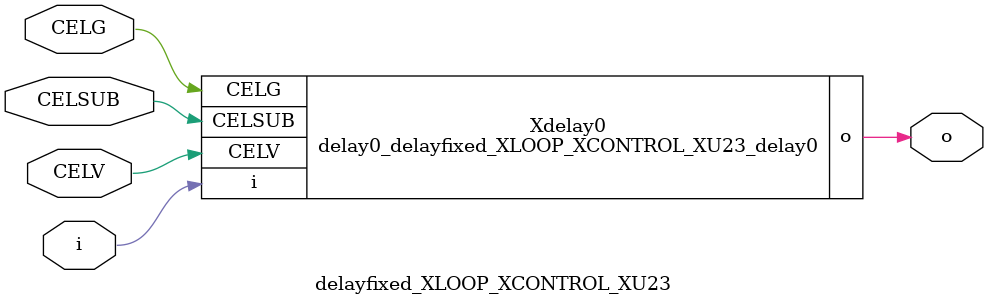
<source format=v>

module delay0_delayfixed_XLOOP_XCONTROL_XU23_delay0 (i, CELV, o,
CELG,CELSUB);
input CELV;
input i;
output o;
input CELSUB;
input CELG;
endmodule


//Celera Confidential Do Not Copy delayfixed_XLOOP_XCONTROL_XU23
//Celera Confidential Symbol Generator
//TYPE:fixed Egde:rise
module delayfixed_XLOOP_XCONTROL_XU23 (CELV,i,o,
CELG,CELSUB);
input CELV;
input i;
output o;
input CELG;
input CELSUB;

//Celera Confidential Do Not Copy delay0_delayfixed_XLOOP_XCONTROL_XU23_delay0
delay0_delayfixed_XLOOP_XCONTROL_XU23_delay0 Xdelay0(
.CELV (CELV),
.i (i),
.o (o),
.CELG (CELG),
.CELSUB (CELSUB)
);
//,diesize,delay0_delayfixed_XLOOP_XCONTROL_XU23_delay0
//Celera Confidential Do Not Copy Module End
//Celera Schematic Generator
endmodule

</source>
